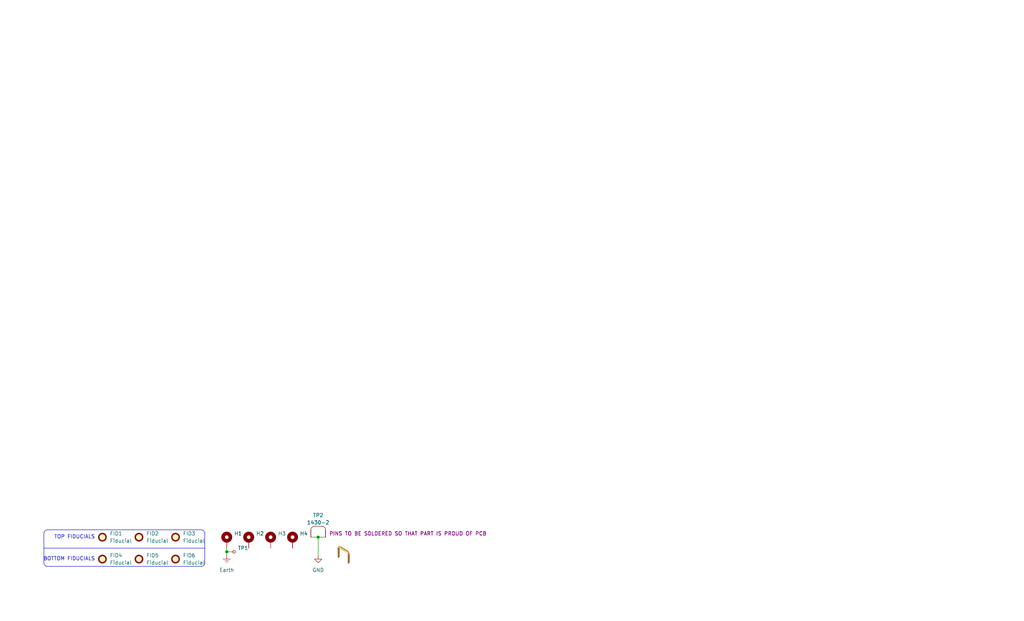
<source format=kicad_sch>
(kicad_sch (version 20231120) (generator "eeschema") (generator_version "8.0")
  (paper "USLegal")
  (lib_symbols
    (symbol "Connector:TestPoint_Small" (pin_numbers hide) (pin_names (offset 0.762) hide)
      (property "Reference" "TP" (at 0 3.81 0))
      (property "Value" "TestPoint_Small" (at 0 2.032 0))
      (symbol "TestPoint_Small_0_1"
        (circle (center 0 0) (radius 0.508))
      )
      (symbol "TestPoint_Small_1_1"
        (pin passive line (at 0 0 90) (length 0) (name "1") (number "1"))
      )
    )
    (symbol "DDCEE:TP_2P_Keystone_1430-2" (pin_numbers hide) (pin_names hide)
      (property "Reference" "TP" (at 2.54 4.826 0))
      (property "Value" "1430-2" (at 8.636 1.016 0))
      (property "Assembly Instructions" "PINS TO BE SOLDERED SO THAT PART IS PROUD OF PCB" (at 30.734 -0.508 0))
      (symbol "TP_2P_Keystone_1430-2_0_1"
        (polyline (pts (xy 1.27 3.81) (xy 3.81 3.81)))
        (arc (start 1.27 3.81) (mid 0.372 3.438) (end 0 2.54))
        (arc (start 5.08 2.54) (mid 4.708 3.438) (end 3.81 3.81))
      )
      (symbol "TP_2P_Keystone_1430-2_1_1"
        (pin power_in line (at 0 0 90) (length 2.54) (name "1") (number "1"))
        (pin power_in line (at 5.08 0 90) (length 2.54) (name "2") (number "2"))
      )
    )
    (symbol "Mechanical:Fiducial" (exclude_from_sim yes) (in_bom no)
      (property "Reference" "FID" (at 0 5.08 0))
      (property "Value" "Fiducial" (at 0 3.175 0))
      (symbol "Fiducial_0_1"
        (circle (center 0 0) (radius 1.27) (stroke (width 0.508)) (fill (type background)))
      )
    )
    (symbol "Mechanical:MountingHole_Pad" (pin_numbers hide) (pin_names (offset 1.016) hide) (exclude_from_sim yes) (in_bom no)
      (property "Reference" "H" (at 0 6.35 0))
      (property "Value" "MountingHole_Pad" (at 0 4.445 0))
      (symbol "MountingHole_Pad_0_1"
        (circle (center 0 1.27) (radius 1.27) (stroke (width 1.27)))
      )
      (symbol "MountingHole_Pad_1_1"
        (pin input line (at 0 -2.54 90) (length 2.54) (name "1") (number "1"))
      )
    )
    (symbol "power:Earth" (power) (pin_numbers hide) (pin_names (offset 0) hide)
      (property "Value" "Earth" (at 0 -3.81 0))
      (symbol "Earth_0_1"
        (polyline (pts (xy -0.635 -1.905) (xy 0.635 -1.905)))
        (polyline (pts (xy -0.127 -2.54) (xy 0.127 -2.54)))
        (polyline (pts (xy 0 -1.27) (xy 0 0)))
        (polyline (pts (xy 1.27 -1.27) (xy -1.27 -1.27)))
      )
      (symbol "Earth_1_1"
        (pin power_in line (at 0 0 270) (length 0) (name "~") (number "1"))
      )
    )
    (symbol "power:GND" (power) (pin_numbers hide) (pin_names (offset 0) hide)
      (property "Value" "GND" (at 0 -3.81 0))
      (symbol "GND_0_1"
        (polyline (pts (xy 0 0) (xy 0 -1.27) (xy 1.27 -1.27) (xy 0 -2.54) (xy -1.27 -1.27) (xy 0 -1.27)))
      )
      (symbol "GND_1_1"
        (pin power_in line (at 0 0 270) (length 0) (name "~") (number "1"))
      )
    )
  )
  (junction (at 110.49 186.69))
  (junction (at 78.74 191.77))
  (polyline (pts (xy 71.12 185.42) (xy 71.12 195.58)))
  (wire (pts (xy 107.95 186.69) (xy 110.49 186.69)))
  (polyline (pts (xy 15.24 190.5) (xy 71.12 190.5)))
  (wire (pts (xy 78.74 191.77) (xy 81.28 191.77)))
  (wire (pts (xy 110.49 186.69) (xy 113.03 186.69)))
  (wire (pts (xy 110.49 193.04) (xy 110.49 186.69)))
  (wire (pts (xy 78.74 190.5) (xy 78.74 191.77)))
  (polyline (pts (xy 15.24 185.42) (xy 15.24 195.58)))
  (polyline (pts (xy 16.51 196.85) (xy 69.85 196.85)))
  (polyline (pts (xy 16.51 184.15) (xy 69.85 184.15)))
  (wire (pts (xy 78.74 191.77) (xy 78.74 193.04)))
  (arc (start 16.51 196.85) (mid 15.612 196.478) (end 15.24 195.58))
  (arc (start 15.24 185.42) (mid 15.612 184.522) (end 16.51 184.15))
  (arc (start 69.85 184.15) (mid 70.748 184.522) (end 71.12 185.42))
  (arc (start 71.12 195.58) (mid 70.748 196.478) (end 69.85 196.85))
  (image (at 119.38 193.04) (scale 0.218519))
  (text "BOTTOM FIDUCIALS\n" (at 33.02 194.31 0) (effects (font (size 1.27 1.27)) (justify right)))
  (text "TOP FIDUCIALS" (at 33.02 186.69 0) (effects (font (size 1.27 1.27)) (justify right)))
  (symbol (lib_id "power:Earth") (at 78.74 193.04 0) (unit 1)
    (property "Reference" "#PWR01" (effects (hide yes)))
    (property "Value" "Earth" (at 78.74 198.12 0))
    (property "Description" "Power symbol creates a global label with name \"Earth\"" (effects (hide yes)))
  )
  (symbol (lib_id "Mechanical:Fiducial") (at 48.26 194.31 0) (unit 1) (exclude_from_sim yes) (in_bom no)
    (property "Reference" "FID5" (at 50.8 193.04 0) (effects (justify left)))
    (property "Value" "Fiducial" (at 50.8 195.58 0) (effects (justify left)))
    (property "Footprint" "Fiducial:Fiducial_0.75mm_Mask1.5mm" (effects (hide yes)))
    (property "Description" "Fiducial Marker" (effects (hide yes)))
  )
  (symbol (lib_id "Mechanical:Fiducial") (at 60.96 194.31 0) (unit 1) (exclude_from_sim yes) (in_bom no)
    (property "Reference" "FID6" (at 63.5 193.04 0) (effects (justify left)))
    (property "Value" "Fiducial" (at 63.5 195.58 0) (effects (justify left)))
    (property "Footprint" "Fiducial:Fiducial_0.75mm_Mask1.5mm" (effects (hide yes)))
    (property "Description" "Fiducial Marker" (effects (hide yes)))
  )
  (symbol (lib_id "DDCEE:TP_2P_Keystone_1430-2") (at 107.95 186.69 0) (unit 1)
    (property "Reference" "TP2" (at 110.49 179.07 0))
    (property "Value" "1430-2" (at 110.49 181.61 0))
    (property "Footprint" "DDCEE:TP_2P_Keystone_1430-2" (effects (hide yes)))
    (property "Datasheet" "https://www.keyelco.com/userAssets/file/M65p105.pdf" (effects (hide yes)))
    (property "Description" "PIN SHORTING .040\"DIA" (effects (hide yes)))
    (property "Detailed Description" "2 (1 x 2) Position Shunt Connector Non-Insulated 0.250\" (6.40mm) Gold" (effects (hide yes)))
    (property "Manufacturer" "Keystone Electronics" (effects (hide yes)))
    (property "Manufacturer PN" "1430-2" (effects (hide yes)))
    (property "Supplier 1" "DigiKey" (effects (hide yes)))
    (property "Supplier 1 PN" "36-1430-2-ND" (effects (hide yes)))
    (property "Supplier 1 Link" "https://www.digikey.com/en/products/detail/keystone-electronics/1430-2/2746418" (effects (hide yes)))
    (property "Assembly Instructions" "PINS TO BE SOLDERED SO THAT PART IS PROUD OF PCB" (at 114.3 185.42 0) (effects (justify left)))
  )
  (symbol (lib_id "Mechanical:MountingHole_Pad") (at 86.36 187.96 0) (unit 1) (exclude_from_sim yes) (in_bom no)
    (property "Reference" "H2" (at 88.9 185.42 0) (effects (justify left)))
    (property "Value" "MountingHole_Pad" (effects (hide yes)))
    (property "Footprint" "MountingHole:MountingHole_3.2mm_M3" (effects (hide yes)))
    (property "Description" "Mounting Hole with connection" (effects (hide yes)))
  )
  (symbol (lib_id "Mechanical:Fiducial") (at 60.96 186.69 0) (unit 1) (exclude_from_sim yes) (in_bom no)
    (property "Reference" "FID3" (at 63.5 185.42 0) (effects (justify left)))
    (property "Value" "Fiducial" (at 63.5 187.96 0) (effects (justify left)))
    (property "Footprint" "Fiducial:Fiducial_0.75mm_Mask1.5mm" (effects (hide yes)))
    (property "Description" "Fiducial Marker" (effects (hide yes)))
  )
  (symbol (lib_id "Mechanical:MountingHole_Pad") (at 78.74 187.96 0) (unit 1) (exclude_from_sim yes) (in_bom no)
    (property "Reference" "H1" (at 81.28 185.42 0) (effects (justify left)))
    (property "Value" "MountingHole_Pad" (effects (hide yes)))
    (property "Footprint" "MountingHole:MountingHole_3.2mm_M3_Pad_Via" (effects (hide yes)))
    (property "Description" "Mounting Hole with connection" (effects (hide yes)))
  )
  (symbol (lib_id "Mechanical:Fiducial") (at 48.26 186.69 0) (unit 1) (exclude_from_sim yes) (in_bom no)
    (property "Reference" "FID2" (at 50.8 185.42 0) (effects (justify left)))
    (property "Value" "Fiducial" (at 50.8 187.96 0) (effects (justify left)))
    (property "Footprint" "Fiducial:Fiducial_0.75mm_Mask1.5mm" (effects (hide yes)))
    (property "Description" "Fiducial Marker" (effects (hide yes)))
  )
  (symbol (lib_id "Connector:TestPoint_Small") (at 81.28 191.77 0) (unit 1) (exclude_from_sim yes) (in_bom no)
    (property "Reference" "TP1" (at 82.55 190.5 0) (effects (justify left)))
    (property "Value" "TestPoint_Small" (effects (hide yes)))
    (property "Footprint" "TestPoint:TestPoint_Pad_D2.5mm" (effects (hide yes)))
    (property "Description" "test point" (effects (hide yes)))
  )
  (symbol (lib_id "Mechanical:Fiducial") (at 35.56 186.69 0) (unit 1) (exclude_from_sim yes) (in_bom no)
    (property "Reference" "FID1" (at 38.1 185.42 0) (effects (justify left)))
    (property "Value" "Fiducial" (at 38.1 187.96 0) (effects (justify left)))
    (property "Footprint" "Fiducial:Fiducial_0.75mm_Mask1.5mm" (effects (hide yes)))
    (property "Description" "Fiducial Marker" (effects (hide yes)))
  )
  (symbol (lib_id "Mechanical:MountingHole_Pad") (at 93.98 187.96 0) (unit 1) (exclude_from_sim yes) (in_bom no)
    (property "Reference" "H3" (at 96.52 185.42 0) (effects (justify left)))
    (property "Value" "MountingHole_Pad" (effects (hide yes)))
    (property "Footprint" "MountingHole:MountingHole_3.2mm_M3" (effects (hide yes)))
    (property "Description" "Mounting Hole with connection" (effects (hide yes)))
  )
  (symbol (lib_id "power:GND") (at 110.49 193.04 0) (unit 1)
    (property "Reference" "#PWR02" (effects (hide yes)))
    (property "Value" "GND" (at 110.49 198.12 0))
    (property "Description" "Power symbol creates a global label with name \"GND\" , ground" (effects (hide yes)))
  )
  (symbol (lib_id "Mechanical:Fiducial") (at 35.56 194.31 0) (unit 1) (exclude_from_sim yes) (in_bom no)
    (property "Reference" "FID4" (at 38.1 193.04 0) (effects (justify left)))
    (property "Value" "Fiducial" (at 38.1 195.58 0) (effects (justify left)))
    (property "Footprint" "Fiducial:Fiducial_0.75mm_Mask1.5mm" (effects (hide yes)))
    (property "Description" "Fiducial Marker" (effects (hide yes)))
  )
  (symbol (lib_id "Mechanical:MountingHole_Pad") (at 101.6 187.96 0) (unit 1) (exclude_from_sim yes) (in_bom no)
    (property "Reference" "H4" (at 104.14 185.42 0) (effects (justify left)))
    (property "Value" "MountingHole_Pad" (effects (hide yes)))
    (property "Footprint" "MountingHole:MountingHole_3.2mm_M3" (effects (hide yes)))
    (property "Description" "Mounting Hole with connection" (effects (hide yes)))
  )
)
</source>
